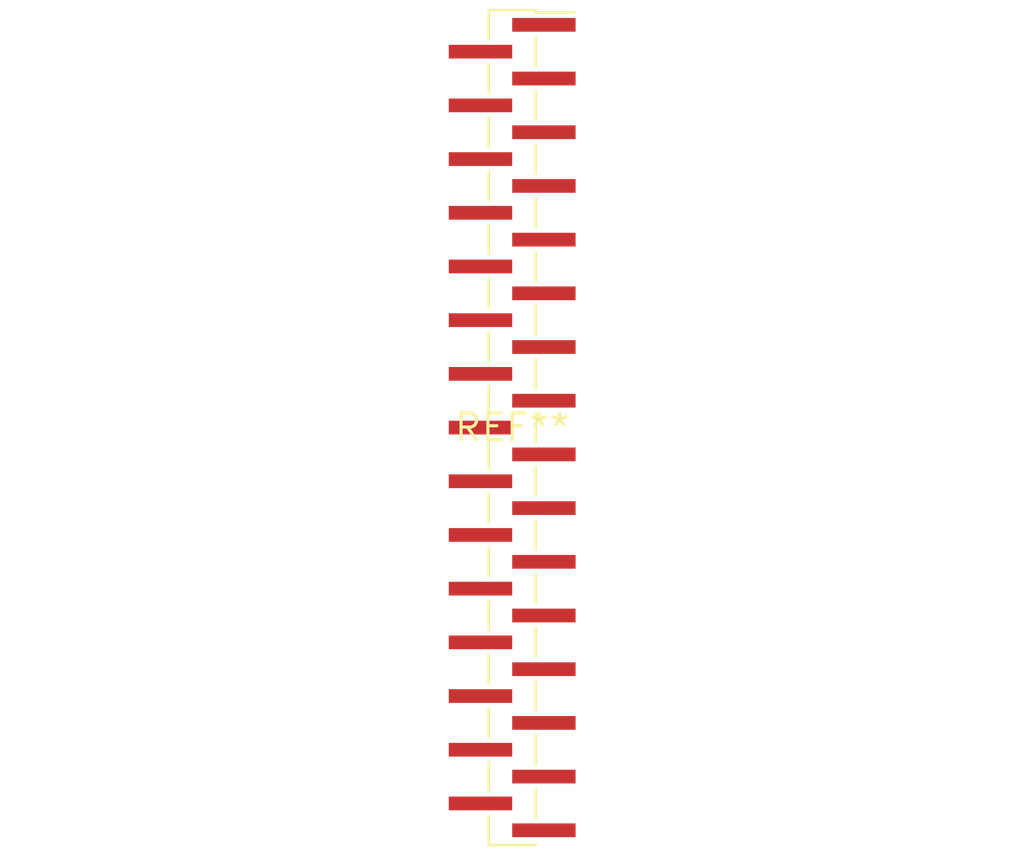
<source format=kicad_pcb>
(kicad_pcb (version 20240108) (generator pcbnew)
  (layers (0 "F.Cu" signal) (31 "B.Cu" signal) (34 "B.Paste" user) (35 "F.Paste" user) (36 "B.SilkS" user "B.Silkscreen") (37 "F.SilkS" user "F.Silkscreen") (38 "B.Mask" user) (39 "F.Mask" user) (44 "Edge.Cuts" user))
  (net 0 "")
  (footprint "PinHeader_1x31_P1.27mm_Vertical_SMD_Pin1Right" (layer "F.Cu") (at 0 0)
    (property "Reference" "REF**")
    (property "Value" "PinHeader_1x31_P1.27mm_Vertical_SMD_Pin1Right")
    (fp_line (start -1.11 -19.745) (end 1.11 -19.745) (layer "F.SilkS") (stroke (width 0.12)))
    (fp_line (start -1.11 -19.735) (end -1.11 -18.365) (layer "F.SilkS") (stroke (width 0.12)))
    (fp_line (start -1.11 -17.195) (end -1.11 -15.825) (layer "F.SilkS") (stroke (width 0.12)))
    (fp_line (start -1.11 -14.655) (end -1.11 -13.285) (layer "F.SilkS") (stroke (width 0.12)))
    (fp_line (start -1.11 -12.115) (end -1.11 -10.745) (layer "F.SilkS") (stroke (width 0.12)))
    (fp_line (start -1.11 -9.575) (end -1.11 -8.205) (layer "F.SilkS") (stroke (width 0.12)))
    (fp_line (start -1.11 -7.035) (end -1.11 -5.665) (layer "F.SilkS") (stroke (width 0.12)))
    (fp_line (start -1.11 -4.495) (end -1.11 -3.125) (layer "F.SilkS") (stroke (width 0.12)))
    (fp_line (start -1.11 -1.955) (end -1.11 -0.585) (layer "F.SilkS") (stroke (width 0.12)))
    (fp_line (start -1.11 0.585) (end -1.11 1.955) (layer "F.SilkS") (stroke (width 0.12)))
    (fp_line (start -1.11 3.125) (end -1.11 4.495) (layer "F.SilkS") (stroke (width 0.12)))
    (fp_line (start -1.11 5.665) (end -1.11 7.035) (layer "F.SilkS") (stroke (width 0.12)))
    (fp_line (start -1.11 8.205) (end -1.11 9.575) (layer "F.SilkS") (stroke (width 0.12)))
    (fp_line (start -1.11 10.745) (end -1.11 12.115) (layer "F.SilkS") (stroke (width 0.12)))
    (fp_line (start -1.11 13.285) (end -1.11 14.655) (layer "F.SilkS") (stroke (width 0.12)))
    (fp_line (start -1.11 15.825) (end -1.11 17.195) (layer "F.SilkS") (stroke (width 0.12)))
    (fp_line (start -1.11 18.365) (end -1.11 19.735) (layer "F.SilkS") (stroke (width 0.12)))
    (fp_line (start -1.11 19.635) (end -1.11 19.745) (layer "F.SilkS") (stroke (width 0.12)))
    (fp_line (start -1.11 19.745) (end 1.11 19.745) (layer "F.SilkS") (stroke (width 0.12)))
    (fp_line (start 1.11 -19.745) (end 1.11 -19.635) (layer "F.SilkS") (stroke (width 0.12)))
    (fp_line (start 1.11 -19.635) (end 2.94 -19.635) (layer "F.SilkS") (stroke (width 0.12)))
    (fp_line (start 1.11 -18.465) (end 1.11 -17.095) (layer "F.SilkS") (stroke (width 0.12)))
    (fp_line (start 1.11 -15.925) (end 1.11 -14.555) (layer "F.SilkS") (stroke (width 0.12)))
    (fp_line (start 1.11 -13.385) (end 1.11 -12.015) (layer "F.SilkS") (stroke (width 0.12)))
    (fp_line (start 1.11 -10.845) (end 1.11 -9.475) (layer "F.SilkS") (stroke (width 0.12)))
    (fp_line (start 1.11 -8.305) (end 1.11 -6.935) (layer "F.SilkS") (stroke (width 0.12)))
    (fp_line (start 1.11 -5.765) (end 1.11 -4.395) (layer "F.SilkS") (stroke (width 0.12)))
    (fp_line (start 1.11 -3.225) (end 1.11 -1.855) (layer "F.SilkS") (stroke (width 0.12)))
    (fp_line (start 1.11 -0.685) (end 1.11 0.685) (layer "F.SilkS") (stroke (width 0.12)))
    (fp_line (start 1.11 1.855) (end 1.11 3.225) (layer "F.SilkS") (stroke (width 0.12)))
    (fp_line (start 1.11 4.395) (end 1.11 5.765) (layer "F.SilkS") (stroke (width 0.12)))
    (fp_line (start 1.11 6.935) (end 1.11 8.305) (layer "F.SilkS") (stroke (width 0.12)))
    (fp_line (start 1.11 9.475) (end 1.11 10.845) (layer "F.SilkS") (stroke (width 0.12)))
    (fp_line (start 1.11 12.015) (end 1.11 13.385) (layer "F.SilkS") (stroke (width 0.12)))
    (fp_line (start 1.11 14.555) (end 1.11 15.925) (layer "F.SilkS") (stroke (width 0.12)))
    (fp_line (start 1.11 17.095) (end 1.11 18.465) (layer "F.SilkS") (stroke (width 0.12)))
    (pad "1" smd rect (at 1.5 -19.05) (size 3 0.65) (layers "F.Cu" "F.Paste" "F.Mask"))
    (pad "2" smd rect (at -1.5 -17.78) (size 3 0.65) (layers "F.Cu" "F.Paste" "F.Mask"))
    (pad "3" smd rect (at 1.5 -16.51) (size 3 0.65) (layers "F.Cu" "F.Paste" "F.Mask"))
    (pad "4" smd rect (at -1.5 -15.24) (size 3 0.65) (layers "F.Cu" "F.Paste" "F.Mask"))
    (pad "5" smd rect (at 1.5 -13.97) (size 3 0.65) (layers "F.Cu" "F.Paste" "F.Mask"))
    (pad "6" smd rect (at -1.5 -12.7) (size 3 0.65) (layers "F.Cu" "F.Paste" "F.Mask"))
    (pad "7" smd rect (at 1.5 -11.43) (size 3 0.65) (layers "F.Cu" "F.Paste" "F.Mask"))
    (pad "8" smd rect (at -1.5 -10.16) (size 3 0.65) (layers "F.Cu" "F.Paste" "F.Mask"))
    (pad "9" smd rect (at 1.5 -8.89) (size 3 0.65) (layers "F.Cu" "F.Paste" "F.Mask"))
    (pad "10" smd rect (at -1.5 -7.62) (size 3 0.65) (layers "F.Cu" "F.Paste" "F.Mask"))
    (pad "11" smd rect (at 1.5 -6.35) (size 3 0.65) (layers "F.Cu" "F.Paste" "F.Mask"))
    (pad "12" smd rect (at -1.5 -5.08) (size 3 0.65) (layers "F.Cu" "F.Paste" "F.Mask"))
    (pad "13" smd rect (at 1.5 -3.81) (size 3 0.65) (layers "F.Cu" "F.Paste" "F.Mask"))
    (pad "14" smd rect (at -1.5 -2.54) (size 3 0.65) (layers "F.Cu" "F.Paste" "F.Mask"))
    (pad "15" smd rect (at 1.5 -1.27) (size 3 0.65) (layers "F.Cu" "F.Paste" "F.Mask"))
    (pad "16" smd rect (at -1.5 0) (size 3 0.65) (layers "F.Cu" "F.Paste" "F.Mask"))
    (pad "17" smd rect (at 1.5 1.27) (size 3 0.65) (layers "F.Cu" "F.Paste" "F.Mask"))
    (pad "18" smd rect (at -1.5 2.54) (size 3 0.65) (layers "F.Cu" "F.Paste" "F.Mask"))
    (pad "19" smd rect (at 1.5 3.81) (size 3 0.65) (layers "F.Cu" "F.Paste" "F.Mask"))
    (pad "20" smd rect (at -1.5 5.08) (size 3 0.65) (layers "F.Cu" "F.Paste" "F.Mask"))
    (pad "21" smd rect (at 1.5 6.35) (size 3 0.65) (layers "F.Cu" "F.Paste" "F.Mask"))
    (pad "22" smd rect (at -1.5 7.62) (size 3 0.65) (layers "F.Cu" "F.Paste" "F.Mask"))
    (pad "23" smd rect (at 1.5 8.89) (size 3 0.65) (layers "F.Cu" "F.Paste" "F.Mask"))
    (pad "24" smd rect (at -1.5 10.16) (size 3 0.65) (layers "F.Cu" "F.Paste" "F.Mask"))
    (pad "25" smd rect (at 1.5 11.43) (size 3 0.65) (layers "F.Cu" "F.Paste" "F.Mask"))
    (pad "26" smd rect (at -1.5 12.7) (size 3 0.65) (layers "F.Cu" "F.Paste" "F.Mask"))
    (pad "27" smd rect (at 1.5 13.97) (size 3 0.65) (layers "F.Cu" "F.Paste" "F.Mask"))
    (pad "28" smd rect (at -1.5 15.24) (size 3 0.65) (layers "F.Cu" "F.Paste" "F.Mask"))
    (pad "29" smd rect (at 1.5 16.51) (size 3 0.65) (layers "F.Cu" "F.Paste" "F.Mask"))
    (pad "30" smd rect (at -1.5 17.78) (size 3 0.65) (layers "F.Cu" "F.Paste" "F.Mask"))
    (pad "31" smd rect (at 1.5 19.05) (size 3 0.65) (layers "F.Cu" "F.Paste" "F.Mask"))
  )
)
</source>
